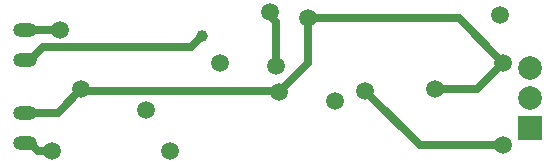
<source format=gbl>
G04*
G04 #@! TF.GenerationSoftware,Altium Limited,Altium Designer,20.1.7 (139)*
G04*
G04 Layer_Physical_Order=2*
G04 Layer_Color=65535*
%FSLAX44Y44*%
%MOMM*%
G71*
G04*
G04 #@! TF.SameCoordinates,662E4E51-3FC6-4070-AA2F-EFADEBEA197F*
G04*
G04*
G04 #@! TF.FilePolarity,Positive*
G04*
G01*
G75*
%ADD34C,0.7000*%
%ADD36C,0.3810*%
%ADD38O,2.0000X1.2000*%
%ADD39C,2.0000*%
%ADD40R,2.0000X2.0000*%
%ADD41C,1.5000*%
%ADD42C,1.0000*%
D34*
X48800Y15000D02*
X60000D01*
X41500Y22300D02*
X48800Y15000D01*
X405000Y127500D02*
X442500Y90000D01*
X277500Y127500D02*
X405000D01*
X385000Y67500D02*
X420000D01*
X442500Y90000D01*
X371972Y20000D02*
X442500D01*
X325722Y66250D02*
X371972Y20000D01*
X250000Y87500D02*
Y124472D01*
X245000Y129472D02*
X250000Y124472D01*
X245000Y129472D02*
Y132500D01*
X86250Y66250D02*
X253750D01*
X277500Y90000D02*
Y127500D01*
X253750Y66250D02*
X277500Y90000D01*
X85000Y67500D02*
X86250Y66250D01*
X37500Y22300D02*
X41500D01*
X37500Y47700D02*
X65200D01*
X85000Y67500D01*
X37500Y92300D02*
X41500D01*
X52383Y103183D01*
X178183D01*
X187500Y112500D01*
X37500Y117700D02*
X67300D01*
D36*
X67500Y117500D01*
D38*
X37500Y117700D02*
D03*
Y92300D02*
D03*
X37500Y47700D02*
D03*
Y22300D02*
D03*
D39*
X465000Y85400D02*
D03*
Y60000D02*
D03*
D40*
Y34600D02*
D03*
D41*
X202500Y90000D02*
D03*
X60000Y15000D02*
D03*
X140000Y50000D02*
D03*
X160000Y15000D02*
D03*
X300000Y57500D02*
D03*
X440000Y130000D02*
D03*
X67500Y117500D02*
D03*
X277500Y127500D02*
D03*
X325722Y66250D02*
D03*
X442500Y20000D02*
D03*
X385000Y67500D02*
D03*
X245000Y132500D02*
D03*
X250000Y87500D02*
D03*
X252500Y65000D02*
D03*
X85000Y67500D02*
D03*
X442500Y90000D02*
D03*
D42*
X187500Y112500D02*
D03*
M02*

</source>
